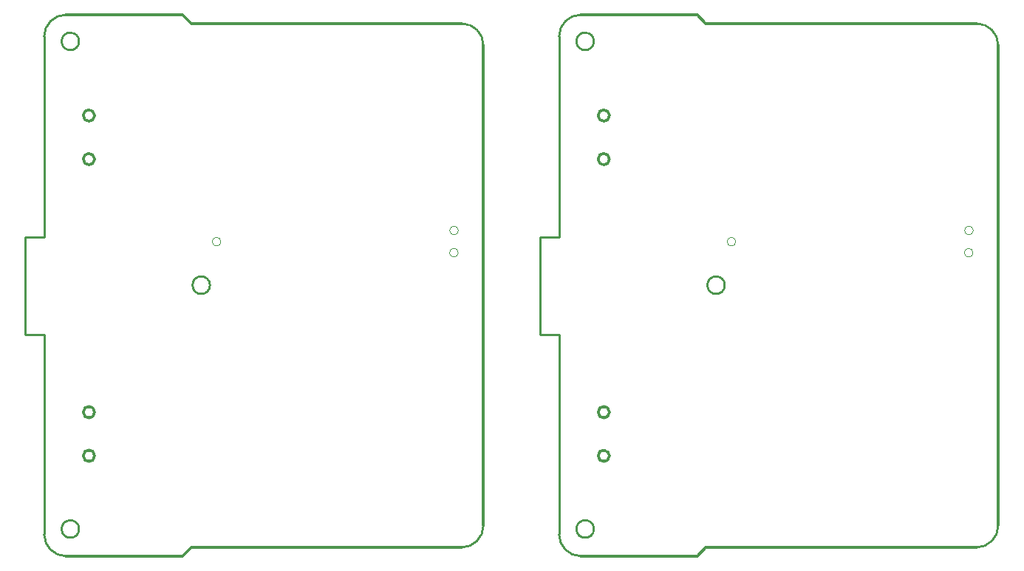
<source format=gbr>
%FSLAX34Y34*%
%MOMM*%
%LNOUTLINE*%
G71*
G01*
%ADD10C,0.250*%
%ADD11C,0.000*%
%ADD12C,0.300*%
%LPD*%
G54D10*
G75*
G01X15500Y577000D02*
G03X15500Y577000I-10000J0D01*
G01*
G54D10*
G75*
G01X15500Y18000D02*
G03X15500Y18000I-10000J0D01*
G01*
G54D10*
G75*
G01X165500Y297500D02*
G03X165500Y297500I-10000J0D01*
G01*
G54D11*
G75*
G01X178115Y347460D02*
G03X178115Y347460I-5000J0D01*
G01*
G54D11*
G75*
G01X450015Y334760D02*
G03X450015Y334760I-5000J0D01*
G01*
G54D11*
G75*
G01X450215Y360160D02*
G03X450215Y360160I-5000J0D01*
G01*
G54D10*
G75*
G01X500Y607500D02*
G03X-24500Y582500I0J-25000D01*
G01*
G54D10*
G75*
G01X-24500Y12000D02*
G03X500Y-13000I25000J0D01*
G01*
G54D10*
X-24500Y352500D02*
X-45900Y352500D01*
G54D10*
X-24500Y240500D02*
X-45900Y240500D01*
G54D10*
X-45900Y352500D02*
X-45900Y240500D01*
G54D10*
X-24500Y582500D02*
X-24500Y352500D01*
G54D10*
X-24500Y240500D02*
X-24500Y12000D01*
G54D10*
G75*
G01X478881Y572500D02*
G03X453881Y597500I-25000J0D01*
G01*
G54D10*
G75*
G01X453881Y-3000D02*
G03X478881Y22000I0J25000D01*
G01*
G54D12*
X478881Y572500D02*
X478881Y22000D01*
G54D12*
X500Y-13000D02*
X133881Y-13000D01*
G54D12*
X500Y607500D02*
X133881Y607500D01*
G54D12*
X453881Y597500D02*
X143881Y597500D01*
X133881Y607500D01*
G54D12*
X453881Y-3000D02*
X143881Y-3000D01*
X133881Y-13000D01*
G54D12*
G75*
G01X33308Y491958D02*
G03X33308Y491958I-6500J0D01*
G01*
G54D12*
G75*
G01X33308Y441958D02*
G03X33308Y441958I-6500J0D01*
G01*
G54D12*
G75*
G01X33308Y151958D02*
G03X33308Y151958I-6500J0D01*
G01*
G54D12*
G75*
G01X33308Y101958D02*
G03X33308Y101958I-6500J0D01*
G01*
G54D10*
G75*
G01X605500Y577000D02*
G03X605500Y577000I-10000J0D01*
G01*
G54D10*
G75*
G01X605500Y18000D02*
G03X605500Y18000I-10000J0D01*
G01*
G54D10*
G75*
G01X755500Y297500D02*
G03X755500Y297500I-10000J0D01*
G01*
G54D11*
G75*
G01X768115Y347460D02*
G03X768115Y347460I-5000J0D01*
G01*
G54D11*
G75*
G01X1040015Y334760D02*
G03X1040015Y334760I-5000J0D01*
G01*
G54D11*
G75*
G01X1040215Y360160D02*
G03X1040215Y360160I-5000J0D01*
G01*
G54D10*
G75*
G01X590500Y607500D02*
G03X565500Y582500I0J-25000D01*
G01*
G54D10*
G75*
G01X565500Y12000D02*
G03X590500Y-13000I25000J0D01*
G01*
G54D10*
X565500Y352500D02*
X544100Y352500D01*
G54D10*
X565500Y240500D02*
X544100Y240500D01*
G54D10*
X544100Y352500D02*
X544100Y240500D01*
G54D10*
X565500Y582500D02*
X565500Y352500D01*
G54D10*
X565500Y240500D02*
X565500Y12000D01*
G54D10*
G75*
G01X1068881Y572500D02*
G03X1043881Y597500I-25000J0D01*
G01*
G54D10*
G75*
G01X1043881Y-3000D02*
G03X1068881Y22000I0J25000D01*
G01*
G54D12*
X1068881Y572500D02*
X1068881Y22000D01*
G54D12*
X590500Y-13000D02*
X723881Y-13000D01*
G54D12*
X590500Y607500D02*
X723881Y607500D01*
G54D12*
X1043881Y597500D02*
X733881Y597500D01*
X723881Y607500D01*
G54D12*
X1043881Y-3000D02*
X733881Y-3000D01*
X723881Y-13000D01*
G54D12*
G75*
G01X623308Y491958D02*
G03X623308Y491958I-6500J0D01*
G01*
G54D12*
G75*
G01X623308Y441958D02*
G03X623308Y441958I-6500J0D01*
G01*
G54D12*
G75*
G01X623308Y151958D02*
G03X623308Y151958I-6500J0D01*
G01*
G54D12*
G75*
G01X623308Y101958D02*
G03X623308Y101958I-6500J0D01*
G01*
M02*

</source>
